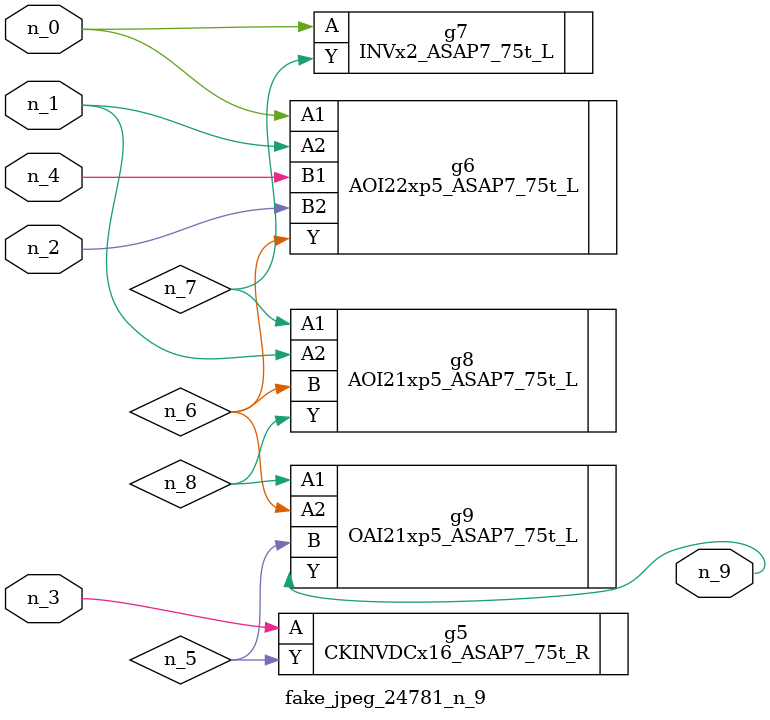
<source format=v>
module fake_jpeg_24781_n_9 (n_3, n_2, n_1, n_0, n_4, n_9);

input n_3;
input n_2;
input n_1;
input n_0;
input n_4;

output n_9;

wire n_8;
wire n_6;
wire n_5;
wire n_7;

CKINVDCx16_ASAP7_75t_R g5 ( 
.A(n_3),
.Y(n_5)
);

AOI22xp5_ASAP7_75t_L g6 ( 
.A1(n_0),
.A2(n_1),
.B1(n_4),
.B2(n_2),
.Y(n_6)
);

INVx2_ASAP7_75t_L g7 ( 
.A(n_0),
.Y(n_7)
);

AOI21xp5_ASAP7_75t_L g8 ( 
.A1(n_7),
.A2(n_1),
.B(n_6),
.Y(n_8)
);

OAI21xp5_ASAP7_75t_L g9 ( 
.A1(n_8),
.A2(n_6),
.B(n_5),
.Y(n_9)
);


endmodule
</source>
